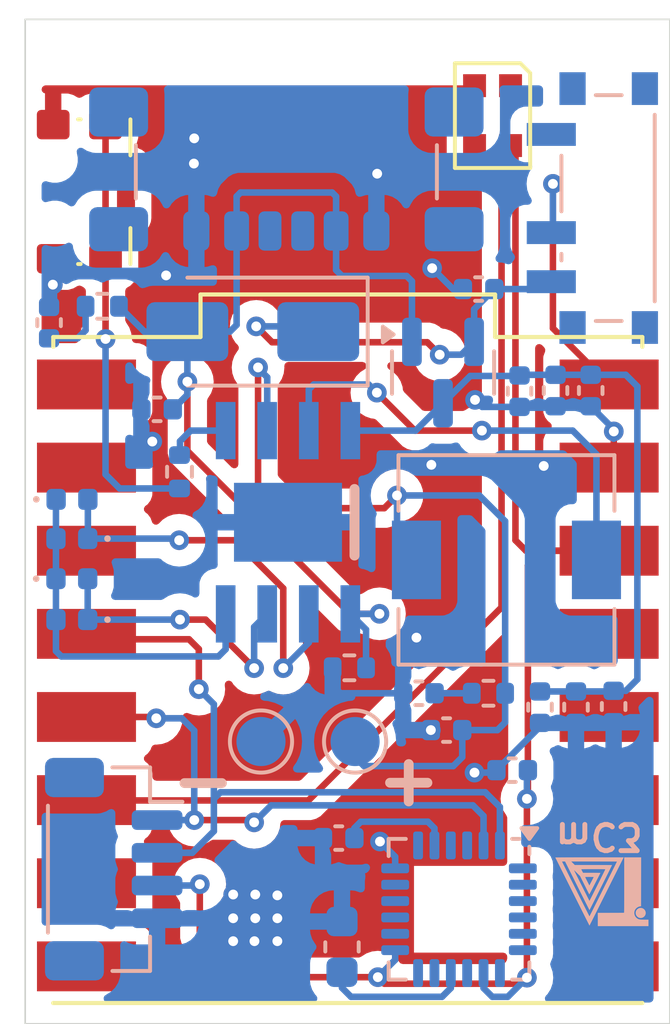
<source format=kicad_pcb>
(kicad_pcb (version 20240108) (generator "pcbnew") (generator_version "8.0")
  (layers (0 "F.Cu" signal) (31 "B.Cu" signal) (34 "B.Paste" user) (35 "F.Paste" user) (36 "B.SilkS" user "B.Silkscreen") (37 "F.SilkS" user "F.Silkscreen") (38 "B.Mask" user) (39 "F.Mask" user) (44 "Edge.Cuts" user))
  (net 0 "")
  (net 1 "+5V")
  (net 2 "GND")
  (net 3 "Net-(C2-Pad2)")
  (net 4 "VBUS")
  (net 5 "Net-(U1-REGOUT)")
  (net 6 "Net-(U1-CPOUT)")
  (net 7 "Net-(C6-Pad2)")
  (net 8 "+BATT")
  (net 9 "VCC")
  (net 10 "+3V3")
  (net 12 "Net-(D3-K)")
  (net 13 "Net-(D3-A)")
  (net 14 "Net-(D5-A)")
  (net 16 "RGB")
  (net 17 "SDA")
  (net 18 "SCL")
  (net 19 "Net-(U2-SW)")
  (net 23 "Net-(SW2-B)")
  (net 27 "Net-(U2-KEY)")
  (net 28 "Net-(R4-Pad1)")
  (footprint "Custom:ESP32C3_Supermini_SMD" (layer "F.Cu") (at 107.3925 40.9725)
    (property "Reference" "U3" (hide yes))
    (property "Value" "ESP32C3_SuperMini" (hide yes))
    (pad "0" smd rect (at 7.985 7.88) (size 3.025 1.524) (layers "F.Cu" "F.Paste" "F.Mask"))
    (pad "1" smd rect (at 7.985 5.34) (size 3.025 1.524) (layers "F.Cu" "F.Paste" "F.Mask"))
    (pad "2" smd rect (at 7.985 2.8) (size 3.025 1.524) (layers "F.Cu" "F.Paste" "F.Mask"))
    (pad "3" smd rect (at 7.985 0.26) (size 3.025 1.524) (layers "F.Cu" "F.Paste" "F.Mask"))
    (pad "3.3" smd rect (at 7.985 -4.82) (size 3.025 1.524) (layers "F.Cu" "F.Paste" "F.Mask") (net 10 "+3V3"))
    (pad "4" smd rect (at 7.985 -2.28) (size 3.025 1.524) (layers "F.Cu" "F.Paste" "F.Mask"))
    (pad "5" smd rect (at -7.985 -9.9) (size 3.025 1.524) (layers "F.Cu" "F.Paste" "F.Mask"))
    (pad "5V" smd rect (at 7.985 -9.9) (size 3.025 1.524) (layers "F.Cu" "F.Paste" "F.Mask") (net 23 "Net-(SW2-B)"))
    (pad "6" smd rect (at -7.985 -7.36) (size 3.025 1.524) (layers "F.Cu" "F.Paste" "F.Mask"))
    (pad "7" smd rect (at -7.985 -4.82) (size 3.025 1.524) (layers "F.Cu" "F.Paste" "F.Mask"))
    (pad "8" smd rect (at -7.985 -2.28) (size 3.025 1.524) (layers "F.Cu" "F.Paste" "F.Mask") (net 17 "SDA"))
    (pad "9" smd rect (at -7.985 0.26) (size 3.025 1.524) (layers "F.Cu" "F.Paste" "F.Mask") (net 18 "SCL"))
    (pad "10" smd rect (at -7.985 2.8) (size 3.025 1.524) (layers "F.Cu" "F.Paste" "F.Mask") (net 16 "RGB"))
    (pad "20" smd rect (at -7.985 5.34) (size 3.025 1.524) (layers "F.Cu" "F.Paste" "F.Mask"))
    (pad "21" smd rect (at -7.985 7.88) (size 3.025 1.524) (layers "F.Cu" "F.Paste" "F.Mask"))
    (pad "G" smd rect (at 7.985 -7.36) (size 3.025 1.524) (layers "F.Cu" "F.Paste" "F.Mask") (net 2 "GND"))
  )
  (footprint "Button_Switch_SMD:SW_SPST_CK_KMS2xxGP" (layer "F.Cu") (at 99.19 25.1825 -90)
    (property "Reference" "SW1" (hide yes))
    (property "Value" "SW_Push" (hide yes))
    (pad "" np_thru_hole circle (at -0.975 0.75 270) (size 0.9 0.9) (drill 0.9) (layers "F&B.Cu" "*.Mask"))
    (pad "" np_thru_hole circle (at 0.975 0.75 270) (size 0.9 0.9) (drill 0.9) (layers "F&B.Cu" "*.Mask"))
    (pad "1" smd roundrect (at -2.05 -0.8 270) (size 0.9 1) (layers "F.Cu" "F.Paste" "F.Mask") (roundrect_rratio 0.15) (net 28 "Net-(R4-Pad1)"))
    (pad "1" smd roundrect (at 2.05 -0.8 270) (size 0.9 1) (layers "F.Cu" "F.Paste" "F.Mask") (roundrect_rratio 0.15) (net 28 "Net-(R4-Pad1)"))
    (pad "2" smd roundrect (at -2.05 0.8 270) (size 0.9 1) (layers "F.Cu" "F.Paste" "F.Mask") (roundrect_rratio 0.15) (net 2 "GND"))
    (pad "2" smd roundrect (at 2.05 0.8 270) (size 0.9 1) (layers "F.Cu" "F.Paste" "F.Mask") (roundrect_rratio 0.15) (net 2 "GND"))
    (pad "SH" smd roundrect (at 0 -1.425 270) (size 1.7 0.55) (layers "F.Cu" "F.Paste" "F.Mask") (roundrect_rratio 0.15))
  )
  (footprint "LED_SMD:LED_WS2812B-2020_PLCC4_2.0x2.0mm" (layer "F.Cu") (at 111.815 22.8575 -90)
    (property "Reference" "D7" (hide yes))
    (property "Value" "WS2812B-2020" (hide yes))
    (pad "1" smd rect (at -0.915 -0.55 270) (size 0.7 0.7) (layers "F.Cu" "F.Paste" "F.Mask"))
    (pad "2" smd rect (at -0.915 0.55 270) (size 0.7 0.7) (layers "F.Cu" "F.Paste" "F.Mask") (net 2 "GND"))
    (pad "3" smd rect (at 0.915 0.55 270) (size 0.7 0.7) (layers "F.Cu" "F.Paste" "F.Mask") (net 16 "RGB"))
    (pad "4" smd rect (at 0.915 -0.55 270) (size 0.7 0.7) (layers "F.Cu" "F.Paste" "F.Mask") (net 10 "+3V3"))
  )
  (footprint "Capacitor_SMD:C_0402_1005Metric" (layer "B.Cu") (at 109.565 40.5075)
    (property "Reference" "C6" (hide yes))
    (property "Value" "10uF" (hide yes))
    (pad "1" smd roundrect (at -0.48 0) (size 0.56 0.62) (layers "B.Cu" "B.Paste" "B.Mask") (net 2 "GND"))
    (pad "2" smd roundrect (at 0.48 0) (size 0.56 0.62) (layers "B.Cu" "B.Paste" "B.Mask") (net 7 "Net-(C6-Pad2)"))
  )
  (footprint "TestPoint:TestPoint_Pad_D1.5mm" (layer "B.Cu") (at 107.615 41.9825 180)
    (property "Reference" "TP1" (hide yes))
    (property "Value" "Bat+" (hide yes))
    (pad "1" smd circle (at 0 0 180) (size 1.5 1.5) (layers "B.Cu" "B.Mask") (net 8 "+BATT"))
  )
  (footprint "Capacitor_SMD:C_0603_1608Metric" (layer "B.Cu") (at 107.215 48.2575 -90)
    (property "Reference" "C4" (hide yes))
    (property "Value" "2.2nF" (hide yes))
    (pad "1" smd roundrect (at -0.775 0 270) (size 0.9 0.95) (layers "B.Cu" "B.Paste" "B.Mask") (net 2 "GND"))
    (pad "2" smd roundrect (at 0.775 0 270) (size 0.9 0.95) (layers "B.Cu" "B.Paste" "B.Mask") (net 5 "Net-(U1-REGOUT)"))
  )
  (footprint "Capacitor_SMD:C_0402_1005Metric" (layer "B.Cu") (at 107.115 44.9325 180)
    (property "Reference" "C5" (hide yes))
    (property "Value" "0.1uF" (hide yes))
    (pad "1" smd roundrect (at -0.48 0 180) (size 0.56 0.62) (layers "B.Cu" "B.Paste" "B.Mask") (net 6 "Net-(U1-CPOUT)"))
    (pad "2" smd roundrect (at 0.48 0 180) (size 0.56 0.62) (layers "B.Cu" "B.Paste" "B.Mask") (net 2 "GND"))
  )
  (footprint "LED_SMD:LED_0402_1005Metric" (layer "B.Cu") (at 98.96 35.7825 180)
    (property "Reference" "D4" (hide yes))
    (property "Value" "LED" (hide yes))
    (pad "1" smd roundrect (at -0.485 0 180) (size 0.59 0.64) (layers "B.Cu" "B.Paste" "B.Mask") (net 13 "Net-(D3-A)"))
    (pad "2" smd roundrect (at 0.485 0 180) (size 0.59 0.64) (layers "B.Cu" "B.Paste" "B.Mask") (net 12 "Net-(D3-K)"))
  )
  (footprint "LED_SMD:LED_0402_1005Metric" (layer "B.Cu") (at 98.965 34.5825)
    (property "Reference" "D3" (hide yes))
    (property "Value" "LED" (hide yes))
    (pad "1" smd roundrect (at -0.485 0) (size 0.59 0.64) (layers "B.Cu" "B.Paste" "B.Mask") (net 12 "Net-(D3-K)"))
    (pad "2" smd roundrect (at 0.485 0) (size 0.59 0.64) (layers "B.Cu" "B.Paste" "B.Mask") (net 13 "Net-(D3-A)"))
  )
  (footprint "Resistor_SMD:R_0402_1005Metric" (layer "B.Cu") (at 99.89 28.6825 180)
    (property "Reference" "R3" (hide yes))
    (property "Value" "2R" (hide yes))
    (pad "1" smd roundrect (at -0.51 0 180) (size 0.54 0.64) (layers "B.Cu" "B.Paste" "B.Mask") (net 4 "VBUS"))
    (pad "2" smd roundrect (at 0.51 0 180) (size 0.54 0.64) (layers "B.Cu" "B.Paste" "B.Mask") (net 3 "Net-(C2-Pad2)"))
  )
  (footprint "Capacitor_SMD:C_0402_1005Metric" (layer "B.Cu") (at 113.74 31.2575 -90)
    (property "Reference" "C12" (hide yes))
    (property "Value" "10uF" (hide yes))
    (pad "1" smd roundrect (at -0.48 0 270) (size 0.56 0.62) (layers "B.Cu" "B.Paste" "B.Mask") (net 9 "VCC"))
    (pad "2" smd roundrect (at 0.48 0 270) (size 0.56 0.62) (layers "B.Cu" "B.Paste" "B.Mask") (net 2 "GND"))
  )
  (footprint "LOGO" (layer "B.Cu") (at 115.07677 46.5975)
    (property "Reference" "G***" (hide yes))
    (property "Value" "LOGO" (hide yes))
  )
  (footprint "Capacitor_SMD:C_0402_1005Metric" (layer "B.Cu") (at 114.365 40.9325 -90)
    (property "Reference" "C10" (hide yes))
    (property "Value" "10uF" (hide yes))
    (pad "1" smd roundrect (at -0.48 0 270) (size 0.56 0.62) (layers "B.Cu" "B.Paste" "B.Mask") (net 9 "VCC"))
    (pad "2" smd roundrect (at 0.48 0 270) (size 0.56 0.62) (layers "B.Cu" "B.Paste" "B.Mask") (net 2 "GND"))
  )
  (footprint "Capacitor_SMD:C_0402_1005Metric" (layer "B.Cu") (at 98.265 29.1825 -90)
    (property "Reference" "C2" (hide yes))
    (property "Value" "10uF" (hide yes))
    (pad "1" smd roundrect (at -0.48 0 270) (size 0.56 0.62) (layers "B.Cu" "B.Paste" "B.Mask") (net 2 "GND"))
    (pad "2" smd roundrect (at 0.48 0 270) (size 0.56 0.62) (layers "B.Cu" "B.Paste" "B.Mask") (net 3 "Net-(C2-Pad2)"))
  )
  (footprint "Connector_JST:JST_SH_BM04B-SRSS-TB_1x04-1MP_P1.00mm_Vertical" (layer "B.Cu") (at 100.24 45.8825 -90)
    (property "Reference" "J1" (hide yes))
    (property "Value" "Sh 1.0" (hide yes))
    (pad "1" smd roundrect (at -1.5 -1.325 270) (size 0.6 1.55) (layers "B.Cu" "B.Paste" "B.Mask") (net 18 "SCL"))
    (pad "2" smd roundrect (at -0.5 -1.325 270) (size 0.6 1.55) (layers "B.Cu" "B.Paste" "B.Mask") (net 17 "SDA"))
    (pad "3" smd roundrect (at 0.5 -1.325 270) (size 0.6 1.55) (layers "B.Cu" "B.Paste" "B.Mask") (net 10 "+3V3"))
    (pad "4" smd roundrect (at 1.5 -1.325 270) (size 0.6 1.55) (layers "B.Cu" "B.Paste" "B.Mask") (net 2 "GND"))
    (pad "MP" smd roundrect (at -2.8 1.2 270) (size 1.2 1.8) (layers "B.Cu" "B.Paste" "B.Mask") (roundrect_rratio 0.208333))
    (pad "MP" smd roundrect (at 2.8 1.2 270) (size 1.2 1.8) (layers "B.Cu" "B.Paste" "B.Mask") (roundrect_rratio 0.208333))
  )
  (footprint "Capacitor_SMD:C_0402_1005Metric" (layer "B.Cu") (at 101.565 31.8325 180)
    (property "Reference" "C3" (hide yes))
    (property "Value" "10uF" (hide yes))
    (pad "1" smd roundrect (at -0.48 0 180) (size 0.56 0.62) (layers "B.Cu" "B.Paste" "B.Mask") (net 4 "VBUS"))
    (pad "2" smd roundrect (at 0.48 0 180) (size 0.56 0.62) (layers "B.Cu" "B.Paste" "B.Mask") (net 2 "GND"))
  )
  (footprint "Custom:IP5306" (layer "B.Cu") (at 105.565 35.2825 180)
    (property "Reference" "U2" (hide yes))
    (property "Value" "IP5306" (hide yes))
    (pad "1" smd rect (at -1.905 -2.8 180) (size 0.6 1.75) (layers "B.Cu" "B.Paste" "B.Mask") (net 4 "VBUS"))
    (pad "2" smd rect (at -0.635 -2.8 180) (size 0.6 1.75) (layers "B.Cu" "B.Paste" "B.Mask") (net 13 "Net-(D3-A)"))
    (pad "3" smd rect (at 0.635 -2.8 180) (size 0.6 1.75) (layers "B.Cu" "B.Paste" "B.Mask") (net 14 "Net-(D5-A)"))
    (pad "4" smd rect (at 1.905 -2.8 180) (size 0.6 1.75) (layers "B.Cu" "B.Paste" "B.Mask") (net 12 "Net-(D3-K)"))
    (pad "5" smd rect (at 1.905 2.8 180) (size 0.6 1.75) (layers "B.Cu" "B.Paste" "B.Mask") (net 27 "Net-(U2-KEY)"))
    (pad "6" smd rect (at 0.635 2.8 180) (size 0.6 1.75) (layers "B.Cu" "B.Paste" "B.Mask") (net 8 "+BATT"))
    (pad "7" smd rect (at -0.635 2.8 180) (size 0.6 1.75) (layers "B.Cu" "B.Paste" "B.Mask") (net 19 "Net-(U2-SW)"))
    (pad "8" smd rect (at -1.905 2.8 180) (size 0.6 1.75) (layers "B.Cu" "B.Paste" "B.Mask") (net 9 "VCC"))
    (pad "EXP" smd rect (at 0 0 180) (size 3.3 2.41) (layers "B.Cu" "B.Mask") (net 2 "GND"))
  )
  (footprint "Capacitor_SMD:C_0402_1005Metric" (layer "B.Cu") (at 113.265 40.9325 -90)
    (property "Reference" "C13" (hide yes))
    (property "Value" "10uF" (hide yes))
    (pad "1" smd roundrect (at -0.48 0 270) (size 0.56 0.62) (layers "B.Cu" "B.Paste" "B.Mask") (net 9 "VCC"))
    (pad "2" smd roundrect (at 0.48 0 270) (size 0.56 0.62) (layers "B.Cu" "B.Paste" "B.Mask") (net 2 "GND"))
  )
  (footprint "Resistor_SMD:R_0402_1005Metric" (layer "B.Cu") (at 107.44 39.73 180)
    (property "Reference" "R2" (hide yes))
    (property "Value" "10K")
    (pad "1" smd roundrect (at -0.51 0 180) (size 0.54 0.64) (layers "B.Cu" "B.Paste" "B.Mask") (net 4 "VBUS"))
    (pad "2" smd roundrect (at 0.51 0 180) (size 0.54 0.64) (layers "B.Cu" "B.Paste" "B.Mask") (net 2 "GND"))
  )
  (footprint "LED_SMD:LED_0402_1005Metric" (layer "B.Cu") (at 98.96 37.0075)
    (property "Reference" "D5" (hide yes))
    (property "Value" "LED" (hide yes))
    (pad "1" smd roundrect (at -0.485 0) (size 0.59 0.64) (layers "B.Cu" "B.Paste" "B.Mask") (net 12 "Net-(D3-K)"))
    (pad "2" smd roundrect (at 0.485 0) (size 0.59 0.64) (layers "B.Cu" "B.Paste" "B.Mask") (net 14 "Net-(D5-A)"))
  )
  (footprint "Button_Switch_SMD:SW_SPDT_PCM12" (layer "B.Cu") (at 115.04 25.6825 -90)
    (property "Reference" "SW2" (hide yes))
    (property "Value" "SW_SPDT" (hide yes))
    (pad "" smd rect (at -3.65 -1.43 270) (size 1 0.8) (layers "B.Cu" "B.Paste" "B.Mask"))
    (pad "" smd rect (at -3.65 0.78 270) (size 1 0.8) (layers "B.Cu" "B.Paste" "B.Mask"))
    (pad "" np_thru_hole circle (at -1.5 -0.33 270) (size 0.9 0.9) (drill 0.9) (layers "*.Cu" "*.Mask"))
    (pad "" np_thru_hole circle (at 1.5 -0.33 270) (size 0.9 0.9) (drill 0.9) (layers "*.Cu" "*.Mask"))
    (pad "" smd rect (at 3.65 -1.43 270) (size 1 0.8) (layers "B.Cu" "B.Paste" "B.Mask"))
    (pad "" smd rect (at 3.65 0.78 270) (size 1 0.8) (layers "B.Cu" "B.Paste" "B.Mask"))
    (pad "1" smd rect (at -2.25 1.43 270) (size 0.7 1.5) (layers "B.Cu" "B.Paste" "B.Mask"))
    (pad "2" smd rect (at 0.75 1.43 270) (size 0.7 1.5) (layers "B.Cu" "B.Paste" "B.Mask") (net 23 "Net-(SW2-B)"))
    (pad "3" smd rect (at 2.25 1.43 270) (size 0.7 1.5) (layers "B.Cu" "B.Paste" "B.Mask") (net 1 "+5V"))
  )
  (footprint "Capacitor_SMD:C_0402_1005Metric" (layer "B.Cu") (at 112.64 31.2775 -90)
    (property "Reference" "C11" (hide yes))
    (property "Value" "10uF" (hide yes))
    (pad "1" smd roundrect (at -0.48 0 270) (size 0.56 0.62) (layers "B.Cu" "B.Paste" "B.Mask") (net 9 "VCC"))
    (pad "2" smd roundrect (at 0.48 0 270) (size 0.56 0.62) (layers "B.Cu" "B.Paste" "B.Mask") (net 2 "GND"))
  )
  (footprint "Resistor_SMD:R_0402_1005Metric" (layer "B.Cu") (at 102.25 33.74 90)
    (property "Reference" "R4" (hide yes))
    (property "Value" "10K")
    (pad "1" smd roundrect (at -0.51 0 90) (size 0.54 0.64) (layers "B.Cu" "B.Paste" "B.Mask") (net 28 "Net-(R4-Pad1)"))
    (pad "2" smd roundrect (at 0.51 0 90) (size 0.54 0.64) (layers "B.Cu" "B.Paste" "B.Mask") (net 27 "Net-(U2-KEY)"))
  )
  (footprint "Connector_USB:USB_C_Receptacle_GCT_USB4135-GF-A_6P_TopMnt_Horizontal" (layer "B.Cu") (at 105.515 23.35)
    (property "Reference" "J2" (hide yes))
    (property "Value" "USB_C_Receptacle_PowerOnly_6P" (hide yes))
    (pad "A5" smd roundrect (at -0.5 3.0325) (size 0.7 1.2) (layers "B.Cu" "B.Paste" "B.Mask"))
    (pad "A9" smd roundrect (at 1.52 3.0325 180) (size 0.76 1.2) (layers "B.Cu" "B.Paste" "B.Mask") (net 4 "VBUS"))
    (pad "A12" smd roundrect (at 2.75 3.0325 180) (size 0.8 1.2) (layers "B.Cu" "B.Paste" "B.Mask") (net 2 "GND"))
    (pad "B5" smd roundrect (at 0.5 3.0325 180) (size 0.7 1.2) (layers "B.Cu" "B.Paste" "B.Mask"))
    (pad "B9" smd roundrect (at -1.52 3.0325) (size 0.76 1.2) (layers "B.Cu" "B.Paste" "B.Mask") (net 4 "VBUS"))
    (pad "B12" smd roundrect (at -2.75 3.0325) (size 0.8 1.2) (layers "B.Cu" "B.Paste" "B.Mask") (net 2 "GND"))
    (pad "S1" smd roundrect (at -5.125 -0.6025) (size 1.8 1.5) (layers "B.Cu" "B.Paste" "B.Mask") (roundrect_rratio 0.1666666667))
    (pad "S1" smd roundrect (at -5.125 2.9775) (size 1.8 1.35) (layers "B.Cu" "B.Paste" "B.Mask") (roundrect_rratio 0.1851851852))
    (pad "S1" smd roundrect (at 5.125 -0.6025) (size 1.8 1.5) (layers "B.Cu" "B.Paste" "B.Mask") (roundrect_rratio 0.1666666667))
    (pad "S1" smd roundrect (at 5.125 2.9775) (size 1.8 1.35) (layers "B.Cu" "B.Paste" "B.Mask") (roundrect_rratio 0.1851851852))
  )
  (footprint "Sensor_Motion:InvenSense_QFN-24_4x4mm_P0.5mm_NoMask" (layer "B.Cu") (at 110.79 47.1075 180)
    (property "Reference" "U1" (hide yes))
    (property "Value" "MPU-6050" (hide yes))
    (pad "1" smd roundrect (at -1.95 1.25 180) (size 0.85 0.3) (layers "B.Cu" "B.Paste" "B.Mask"))
    (pad "2" smd roundrect (at -1.95 0.75 180) (size 0.85 0.3) (layers "B.Cu" "B.Paste" "B.Mask"))
    (pad "3" smd roundrect (at -1.95 0.25 180) (size 0.85 0.3) (layers "B.Cu" "B.Paste" "B.Mask"))
    (pad "4" smd roundrect (at -1.95 -0.25 180) (size 0.85 0.3) (layers "B.Cu" "B.Paste" "B.Mask"))
    (pad "5" smd roundrect (at -1.95 -0.75 180) (size 0.85 0.3) (layers "B.Cu" "B.Paste" "B.Mask"))
    (pad "6" smd roundrect (at -1.95 -1.25 180) (size 0.85 0.3) (layers "B.Cu" "B.Paste" "B.Mask"))
    (pad "7" smd roundrect (at -1.25 -1.95 90) (size 0.85 0.3) (layers "B.Cu" "B.Paste" "B.Mask"))
    (pad "8" smd roundrect (at -0.75 -1.95 90) (size 0.85 0.3) (layers "B.Cu" "B.Paste" "B.Mask") (net 10 "+3V3"))
    (pad "9" smd roundrect (at -0.25 -1.95 90) (size 0.85 0.3) (layers "B.Cu" "B.Paste" "B.Mask"))
    (pad "10" smd roundrect (at 0.25 -1.95 90) (size 0.85 0.3) (layers "B.Cu" "B.Paste" "B.Mask") (net 5 "Net-(U1-REGOUT)"))
    (pad "11" smd roundrect (at 0.75 -1.95 90) (size 0.85 0.3) (layers "B.Cu" "B.Paste" "B.Mask"))
    (pad "12" smd roundrect (at 1.25 -1.95 90) (size 0.85 0.3) (layers "B.Cu" "B.Paste" "B.Mask"))
    (pad "13" smd roundrect (at 1.95 -1.25 180) (size 0.85 0.3) (layers "B.Cu" "B.Paste" "B.Mask") (net 10 "+3V3"))
    (pad "14" smd roundrect (at 1.95 -0.75 180) (size 0.85 0.3) (layers "B.Cu" "B.Paste" "B.Mask"))
    (pad "15" smd roundrect (at 1.95 -0.25 180) (size 0.85 0.3) (layers "B.Cu" "B.Paste" "B.Mask"))
    (pad "16" smd roundrect (at 1.95 0.25 180) (size 0.85 0.3) (layers "B.Cu" "B.Paste" "B.Mask"))
    (pad "17" smd roundrect (at 1.95 0.75 180) (size 0.85 0.3) (layers "B.Cu" "B.Paste" "B.Mask"))
    (pad "18" smd roundrect (at 1.95 1.25 180) (size 0.85 0.3) (layers "B.Cu" "B.Paste" "B.Mask") (net 2 "GND"))
    (pad "19" smd roundrect (at 1.25 1.95 90) (size 0.85 0.3) (layers "B.Cu" "B.Paste" "B.Mask"))
    (pad "20" smd roundrect (at 0.75 1.95 90) (size 0.85 0.3) (layers "B.Cu" "B.Paste" "B.Mask") (net 6 "Net-(U1-CPOUT)"))
    (pad "21" smd roundrect (at 0.25 1.95 90) (size 0.85 0.3) (layers "B.Cu" "B.Paste" "B.Mask"))
    (pad "22" smd roundrect (at -0.25 1.95 90) (size 0.85 0.3) (layers "B.Cu" "B.Paste" "B.Mask"))
    (pad "23" smd roundrect (at -0.75 1.95 90) (size 0.85 0.3) (layers "B.Cu" "B.Paste" "B.Mask") (net 18 "SCL"))
    (pad "24" smd roundrect (at -1.25 1.95 90) (size 0.85 0.3) (layers "B.Cu" "B.Paste" "B.Mask") (net 17 "SDA"))
    (zone (net 0) (net_name "") (layer "B.Cu") (connect_pads (clearance 0)) (min_thickness 0.254)
      (keepout (tracks not_allowed) (vias not_allowed) (pads not_allowed) (copperpour not_allowed) (footprints allowed))
      (fill (thermal_gap 0.508) (thermal_bridge_width 0.508))
      (polygon (pts (xy 112.165 45.7825) (xy 109.415 45.7825) (xy 109.415 48.4325) (xy 112.165 48.4325)))
    )
  )
  (footprint "Capacitor_SMD:C_0402_1005Metric" (layer "B.Cu") (at 115.515 40.9125 -90)
    (property "Reference" "C9" (hide yes))
    (property "Value" "10uF" (hide yes))
    (pad "1" smd roundrect (at -0.48 0 270) (size 0.56 0.62) (layers "B.Cu" "B.Paste" "B.Mask") (net 9 "VCC"))
    (pad "2" smd roundrect (at 0.48 0 270) (size 0.56 0.62) (layers "B.Cu" "B.Paste" "B.Mask") (net 2 "GND"))
  )
  (footprint "Diode_SMD:D_SMA" (layer "B.Cu") (at 104.49 29.4575 180)
    (property "Reference" "D2" (hide yes))
    (property "Value" "SS54" (hide yes))
    (pad "1" smd roundrect (at -2 0 180) (size 2.5 1.8) (layers "B.Cu" "B.Paste" "B.Mask") (roundrect_rratio 0.1388888889) (net 1 "+5V"))
    (pad "2" smd roundrect (at 2 0 180) (size 2.5 1.8) (layers "B.Cu" "B.Paste" "B.Mask") (roundrect_rratio 0.1388888889) (net 4 "VBUS"))
  )
  (footprint "TestPoint:TestPoint_Pad_D1.5mm" (layer "B.Cu") (at 104.74 41.9825 180)
    (property "Reference" "TP2" (hide yes))
    (property "Value" "Bat-" (hide yes))
    (pad "1" smd circle (at 0 0 180) (size 1.5 1.5) (layers "B.Cu" "B.Mask") (net 2 "GND"))
  )
  (footprint "Package_TO_SOT_SMD:SOT-23" (layer "B.Cu") (at 110.3025 30.7075 -90)
    (property "Reference" "Q1" (hide yes))
    (property "Value" "AO3401A" (hide yes))
    (pad "1" smd roundrect (at -0.9375 0.95 270) (size 1.475 0.6) (layers "B.Cu" "B.Paste" "B.Mask") (net 4 "VBUS"))
    (pad "2" smd roundrect (at -0.9375 -0.95 270) (size 1.475 0.6) (layers "B.Cu" "B.Paste" "B.Mask") (net 1 "+5V"))
    (pad "3" smd roundrect (at 0.9375 0 270) (size 1.475 0.6) (layers "B.Cu" "B.Paste" "B.Mask") (net 9 "VCC"))
  )
  (footprint "Inductor_SMD:L_6.3x6.3_H3" (layer "B.Cu") (at 112.24 36.4325 180)
    (property "Reference" "L1" (hide yes))
    (property "Value" "1R0" (hide yes))
    (pad "1" smd rect (at -2.75 0 180) (size 1.5 2.4) (layers "B.Cu" "B.Paste" "B.Mask") (net 19 "Net-(U2-SW)"))
    (pad "2" smd rect (at 2.75 0 180) (size 1.5 2.4) (layers "B.Cu" "B.Paste" "B.Mask") (net 8 "+BATT"))
  )
  (footprint "Resistor_SMD:R_0402_1005Metric" (layer "B.Cu") (at 111.69 40.5075 180)
    (property "Reference" "R5" (hide yes))
    (property "Value" "2R" (hide yes))
    (pad "1" smd roundrect (at -0.51 0 180) (size 0.54 0.64) (layers "B.Cu" "B.Paste" "B.Mask") (net 8 "+BATT"))
    (pad "2" smd roundrect (at 0.51 0 180) (size 0.54 0.64) (layers "B.Cu" "B.Paste" "B.Mask") (net 7 "Net-(C6-Pad2)"))
  )
  (footprint "LED_SMD:LED_0402_1005Metric" (layer "B.Cu") (at 98.96 38.2575 180)
    (property "Reference" "D6" (hide yes))
    (property "Value" "LED" (hide yes))
    (pad "1" smd roundrect (at -0.485 0 180) (size 0.59 0.64) (layers "B.Cu" "B.Paste" "B.Mask") (net 14 "Net-(D5-A)"))
    (pad "2" smd roundrect (at 0.485 0 180) (size 0.59 0.64) (layers "B.Cu" "B.Paste" "B.Mask") (net 12 "Net-(D3-K)"))
  )
  (footprint "Capacitor_SMD:C_0402_1005Metric" (layer "B.Cu") (at 110.41 41.6325 180)
    (property "Reference" "C7" (hide yes))
    (property "Value" "10uF" (hide yes))
    (pad "1" smd roundrect (at -0.48 0 180) (size 0.56 0.62) (layers "B.Cu" "B.Paste" "B.Mask") (net 8 "+BATT"))
    (pad "2" smd roundrect (at 0.48 0 180) (size 0.56 0.62) (layers "B.Cu" "B.Paste" "B.Mask") (net 2 "GND"))
  )
  (footprint "Capacitor_SMD:C_0402_1005Metric" (layer "B.Cu") (at 112.415 42.8575 180)
    (property "Reference" "C14" (hide yes))
    (property "Value" "1.0uF" (hide yes))
    (pad "1" smd roundrect (at -0.48 0 180) (size 0.56 0.62) (layers "B.Cu" "B.Paste" "B.Mask") (net 10 "+3V3"))
    (pad "2" smd roundrect (at 0.48 0 180) (size 0.56 0.62) (layers "B.Cu" "B.Paste" "B.Mask") (net 2 "GND"))
  )
  (footprint "Capacitor_SMD:C_0402_1005Metric" (layer "B.Cu") (at 114.815 31.2575 -90)
    (property "Reference" "C8" (hide yes))
    (property "Value" "10uF" (hide yes))
    (pad "1" smd roundrect (at -0.48 0 270) (size 0.56 0.62) (layers "B.Cu" "B.Paste" "B.Mask") (net 9 "VCC"))
    (pad "2" smd roundrect (at 0.48 0 270) (size 0.56 0.62) (layers "B.Cu" "B.Paste" "B.Mask") (net 2 "GND"))
  )
  (footprint "Capacitor_SMD:C_0402_1005Metric" (layer "B.Cu") (at 111.39 28.1575 180)
    (property "Reference" "C1" (hide yes))
    (property "Value" "1.0uF")
    (pad "1" smd roundrect (at -0.48 0 180) (size 0.56 0.62) (layers "B.Cu" "B.Paste" "B.Mask") (net 1 "+5V"))
    (pad "2" smd roundrect (at 0.48 0 180) (size 0.56 0.62) (layers "B.Cu" "B.Paste" "B.Mask") (net 2 "GND"))
  )
  (gr_line (start 97.535 50.6075) (end 117.235 50.6075) (stroke (width 0.05)) (layer "Edge.Cuts"))
  (gr_line (start 117.235 50.6075) (end 117.235 19.9175) (stroke (width 0.05)) (layer "Edge.Cuts"))
  (gr_line (start 97.535 19.9175) (end 97.535 50.6075) (stroke (width 0.05)) (layer "Edge.Cuts"))
  (gr_line (start 97.535 19.9175) (end 117.235 19.9175) (stroke (width 0.05)) (layer "Edge.Cuts"))
  (gr_text "-" (at 104.1 44.0225 -0) (layer "B.SilkS") (effects (font (size 1.5 1.5) (thickness 0.3) (bold yes)) (justify left bottom mirror)))
  (gr_text "mC3" (at 113.66 44.41 -180) (layer "B.SilkS") (effects (font (size 0.8 0.8) (thickness 0.15) (bold yes)) (justify left bottom mirror)))
  (gr_text "+" (at 110.38 44.0125 -0) (layer "B.SilkS") (effects (font (size 1.5 1.5) (thickness 0.3) (bold yes)) (justify left bottom mirror)))
  (segment (start 105.078595 29.7825) (end 104.59333 29.297235) (width 0.2) (layer "F.Cu") (net 1))
  (segment (start 110.2 30.1625) (end 109.82 29.7825) (width 0.2) (layer "F.Cu") (net 1))
  (segment (start 109.82 29.7825) (end 105.078595 29.7825) (width 0.2) (layer "F.Cu") (net 1))
  (via (at 104.59333 29.297235) (size 0.6) (drill 0.3) (layers "F.Cu" "B.Cu") (net 1))
  (via (at 110.2 30.1625) (size 0.6) (drill 0.3) (layers "F.Cu" "B.Cu") (net 1))
  (segment (start 113.385 28.1575) (end 113.61 27.9325) (width 0.2) (layer "B.Cu") (net 1))
  (segment (start 104.59333 29.297235) (end 106.329735 29.297235) (width 0.2) (layer "B.Cu") (net 1))
  (segment (start 111.71 28.315956) (end 111.71 28.1575) (width 0.2) (layer "B.Cu") (net 1))
  (segment (start 111.2525 28.773456) (end 111.71 28.315956) (width 0.2) (layer "B.Cu") (net 1))
  (segment (start 111.2525 29.77) (end 111.2525 28.773456) (width 0.2) (layer "B.Cu") (net 1))
  (segment (start 110.2 30.1625) (end 110.86 30.1625) (width 0.2) (layer "B.Cu") (net 1))
  (segment (start 110.86 30.1625) (end 111.2525 29.77) (width 0.2) (layer "B.Cu") (net 1))
  (segment (start 111.71 28.1575) (end 113.385 28.1575) (width 0.2) (layer "B.Cu") (net 1))
  (segment (start 106.329735 29.297235) (end 106.49 29.4575) (width 0.2) (layer "B.Cu") (net 1))
  (segment (start 115.52 32.5075) (end 115.52 33.47) (width 0.2) (layer "F.Cu") (net 2))
  (segment (start 111.263527 42.9325) (end 110.44 42.9325) (width 0.2) (layer "F.Cu") (net 2))
  (segment (start 109.93 42.4225) (end 109.93 41.6325) (width 0.2) (layer "F.Cu") (net 2))
  (segment (start 110.44 42.9325) (end 109.93 42.4225) (width 0.2) (layer "F.Cu") (net 2))
  (segment (start 115.52 33.47) (end 115.3775 33.6125) (width 0.2) (layer "F.Cu") (net 2))
  (via (at 111.263527 42.9325) (size 0.6) (drill 0.3) (layers "F.Cu" "B.Cu") (net 2))
  (via (at 109.97 27.52) (size 0.6) (drill 0.3) (layers "F.Cu" "B.Cu") (net 2))
  (via (at 102.7 23.5525) (size 0.6) (drill 0.3) (layers "F.Cu" "B.Cu") (net 2))
  (via (at 105.24 47.3825) (size 0.6) (drill 0.3) (layers "F.Cu" "B.Cu") (net 2))
  (via (at 104.565 47.3825) (size 0.6) (drill 0.3) (layers "F.Cu" "B.Cu") (net 2))
  (via (at 109.945 33.5275) (size 0.6) (drill 0.3) (layers "F.Cu" "B.Cu") (net 2))
  (via (at 101.418805 32.815924) (size 0.6) (drill 0.3) (layers "F.Cu" "B.Cu") (net 2))
  (via (at 104.565 46.6575) (size 0.6) (drill 0.3) (layers "F.Cu" "B.Cu") (net 2))
  (via (at 115.52 32.5075) (size 0.6) (drill 0.3) (layers "F.Cu" "B.Cu") (net 2))
  (via (at 104.54 48.0825) (size 0.6) (drill 0.3) (layers "F.Cu" "B.Cu") (net 2))
  (via (at 108.374999 45.03833) (size 0.6) (drill 0.3) (layers "F.Cu" "B.Cu") (net 2))
  (via (at 101.84 27.74) (size 0.6) (drill 0.3) (layers "F.Cu" "B.Cu") (net 2))
  (via (at 113.38 33.5625) (size 0.6) (drill 0.3) (layers "F.Cu" "B.Cu") (net 2))
  (via (at 103.89 46.6575) (size 0.6) (drill 0.3) (layers "F.Cu" "B.Cu") (net 2))
  (via (at 103.89 48.0825) (size 0.6) (drill 0.3) (layers "F.Cu" "B.Cu") (net 2))
  (via (at 105.24 46.6825) (size 0.6) (drill 0.3) (layers "F.Cu" "B.Cu") (net 2))
  (via (at 98.38 28.0225) (size 0.6) (drill 0.3) (layers "F.Cu" "B.Cu") (net 2))
  (via (at 109.49 38.8075) (size 0.6) (drill 0.3) (layers "F.Cu" "B.Cu") (net 2))
  (via (at 109.93 41.6325) (size 0.6) (drill 0.3) (layers "F.Cu" "B.Cu") (net 2))
  (via (at 108.29 24.6325) (size 0.6) (drill 0.3) (layers "F.Cu" "B.Cu") (net 2))
  (via (at 103.89 47.3825) (size 0.6) (drill 0.3) (layers "F.Cu" "B.Cu") (net 2))
  (via (at 102.69 24.3225) (size 0.6) (drill 0.3) (layers "F.Cu" "B.Cu") (net 2))
  (via (at 105.24 48.0825) (size 0.6) (drill 0.3) (layers "F.Cu" "B.Cu") (net 2))
  (via (at 111.28 31.5425) (size 0.6) (drill 0.3) (layers "F.Cu" "B.Cu") (net 2))
  (segment (start 108.84 45.503331) (end 108.84 45.8575) (width 0.2) (layer "B.Cu") (net 2))
  (segment (start 111.495 31.7575) (end 111.28 31.5425) (width 0.2) (layer "B.Cu") (net 2))
  (segment (start 110.6075 28.1575) (end 109.97 27.52) (width 0.2) (layer "B.Cu") (net 2))
  (segment (start 107.1675 40.5075) (end 106.93 40.27) (width 0.2) (layer "B.Cu") (net 2))
  (segment (start 115.52 32.5075) (end 115.52 32.4425) (width 0.2) (layer "B.Cu") (net 2))
  (segment (start 111.86 42.9325) (end 113.265 41.5275) (width 0.2) (layer "B.Cu") (net 2))
  (segment (start 115.52 32.4425) (end 114.815 31.7375) (width 0.2) (layer "B.Cu") (net 2))
  (segment (start 106.93 40.27) (end 106.93 39.73) (width 0.2) (layer "B.Cu") (net 2))
  (segment (start 112.64 31.7575) (end 111.495 31.7575) (width 0.2) (layer "B.Cu") (net 2))
  (segment (start 108.374999 45.03833) (end 108.84 45.503331) (width 0.2) (layer "B.Cu") (net 2))
  (segment (start 113.265 41.5275) (end 113.265 41.4125) (width 0.2) (layer "B.Cu") (net 2))
  (segment (start 109.085 40.5075) (end 107.1675 40.5075) (width 0.2) (layer "B.Cu") (net 2))
  (segment (start 110.91 28.1575) (end 110.6075 28.1575) (width 0.2) (layer "B.Cu") (net 2))
  (segment (start 111.263527 42.9325) (end 111.86 42.9325) (width 0.2) (layer "B.Cu") (net 2))
  (segment (start 99.135 29.6625) (end 98.265 29.6625) (width 0.2) (layer "B.Cu") (net 3))
  (segment (start 99.38 28.6825) (end 99.38 29.4175) (width 0.2) (layer "B.Cu") (net 3))
  (segment (start 99.38 29.4175) (end 99.135 29.6625) (width 0.2) (layer "B.Cu") (net 3))
  (segment (start 102.49 33.1025) (end 102.49 30.9875) (width 0.2) (layer "F.Cu") (net 4))
  (segment (start 107.4675 38.08) (end 102.49 33.1025) (width 0.2) (layer "F.Cu") (net 4))
  (segment (start 108.36 38.08) (end 107.4675 38.08) (width 0.2) (layer "F.Cu") (net 4))
  (via (at 102.49 30.9875) (size 0.6) (drill 0.3) (layers "F.Cu" "B.Cu") (net 4))
  (via (at 108.36 38.08) (size 0.6) (drill 0.3) (layers "F.Cu" "B.Cu") (net 4))
  (segment (start 103.79 29.4575) (end 103.995 29.2525) (width 0.2) (layer "B.Cu") (net 4))
  (segment (start 108.3575 38.0825) (end 107.47 38.0825) (width 0.2) (layer "B.Cu") (net 4))
  (segment (start 109.3525 29.77) (end 109.3525 27.92) (width 0.2) (layer "B.Cu") (net 4))
  (segment (start 109.19 27.7575) (end 107.215 27.7575) (width 0.2) (layer "B.Cu") (net 4))
  (segment (start 102.49 29.4575) (end 101.175 29.4575) (width 0.2) (layer "B.Cu") (net 4))
  (segment (start 101.175 29.4575) (end 100.4 28.6825) (width 0.2) (layer "B.Cu") (net 4))
  (segment (start 104.115 25.2075) (end 103.995 25.3275) (width 0.2) (layer "B.Cu") (net 4))
  (segment (start 102.49 29.4575) (end 103.79 29.4575) (width 0.2) (layer "B.Cu") (net 4))
  (segment (start 107.215 27.7575) (end 107.035 27.5775) (width 0.2) (layer "B.Cu") (net 4))
  (segment (start 107.95 38.5625) (end 107.47 38.0825) (width 0.2) (layer "B.Cu") (net 4))
  (segment (start 103.995 25.3275) (end 103.995 26.3825) (width 0.2) (layer "B.Cu") (net 4))
  (segment (start 107.95 39.73) (end 107.95 38.5625) (width 0.2) (layer "B.Cu") (net 4))
  (segment (start 102.49 31.3875) (end 102.045 31.8325) (width 0.2) (layer "B.Cu") (net 4))
  (segment (start 107.035 25.3275) (end 106.915 25.2075) (width 0.2) (layer "B.Cu") (net 4))
  (segment (start 103.995 29.2525) (end 103.995 26.3825) (width 0.2) (layer "B.Cu") (net 4))
  (segment (start 102.49 30.9875) (end 102.49 31.3875) (width 0.2) (layer "B.Cu") (net 4))
  (segment (start 109.3525 27.92) (end 109.19 27.7575) (width 0.2) (layer "B.Cu") (net 4))
  (segment (start 106.915 25.2075) (end 104.115 25.2075) (width 0.2) (layer "B.Cu") (net 4))
  (segment (start 107.035 26.3825) (end 107.035 25.3275) (width 0.2) (layer "B.Cu") (net 4))
  (segment (start 102.49 30.9875) (end 102.49 29.4575) (width 0.2) (layer "B.Cu") (net 4))
  (segment (start 107.035 27.5775) (end 107.035 26.3825) (width 0.2) (layer "B.Cu") (net 4))
  (segment (start 108.36 38.08) (end 108.3575 38.0825) (width 0.2) (layer "B.Cu") (net 4))
  (segment (start 110.54 49.0575) (end 110.54 49.51491) (width 0.2) (layer "B.Cu") (net 5))
  (segment (start 107.215 49.5075) (end 107.215 49.0325) (width 0.2) (layer "B.Cu") (net 5))
  (segment (start 110.54 49.51491) (end 110.27241 49.7825) (width 0.2) (layer "B.Cu") (net 5))
  (segment (start 107.49 49.7825) (end 107.215 49.5075) (width 0.2) (layer "B.Cu") (net 5))
  (segment (start 110.27241 49.7825) (end 107.49 49.7825) (width 0.2) (layer "B.Cu") (net 5))
  (segment (start 107.595 44.6275) (end 107.595 44.9325) (width 0.2) (layer "B.Cu") (net 6))
  (segment (start 110.04 45.1575) (end 110.04 44.6325) (width 0.2) (layer "B.Cu") (net 6))
  (segment (start 109.84 44.4325) (end 107.79 44.4325) (width 0.2) (layer "B.Cu") (net 6))
  (segment (start 110.04 44.6325) (end 109.84 44.4325) (width 0.2) (layer "B.Cu") (net 6))
  (segment (start 107.79 44.4325) (end 107.595 44.6275) (width 0.2) (layer "B.Cu") (net 6))
  (segment (start 111.18 40.5075) (end 110.045 40.5075) (width 0.2) (layer "B.Cu") (net 7))
  (segment (start 108.895832 34.464092) (end 108.507424 34.8525) (width 0.2) (layer "F.Cu") (net 8))
  (segment (start 108.507424 34.8525) (end 105.385 34.8525) (width 0.2) (layer "F.Cu") (net 8))
  (segment (start 105.385 34.8525) (end 104.65 34.1175) (width 0.2) (layer "F.Cu") (net 8))
  (segment (start 104.65 34.1175) (end 104.65 30.5525) (width 0.2) (layer "F.Cu") (net 8))
  (via (at 104.65 30.5525) (size 0.6) (drill 0.3) (layers "F.Cu" "B.Cu") (net 8))
  (via (at 108.895832 34.464092) (size 0.6) (drill 0.3) (layers "F.Cu" "B.Cu") (net 8))
  (segment (start 104.65 30.5725) (end 104.93 30.8525) (width 0.2) (layer "B.Cu") (net 8))
  (segment (start 104.65 30.5525) (end 104.65 30.5725) (width 0.2) (layer "B.Cu") (net 8))
  (segment (start 108.895832 34.464092) (end 108.895832 35.838332) (width 0.2) (layer "B.Cu") (net 8))
  (segment (start 107.615 41.9825) (end 107.615 42.4575) (width 0.2) (layer "B.Cu") (net 8))
  (segment (start 112.2 35.2525) (end 112.2 40.5075) (width 0.2) (layer "B.Cu") (net 8))
  (segment (start 110.89 41.6325) (end 111.965 41.6325) (width 0.2) (layer "B.Cu") (net 8))
  (segment (start 111.965 41.6325) (end 112.2 41.3975) (width 0.2) (layer "B.Cu") (net 8))
  (segment (start 112.2 41.3975) (end 112.2 40.5075) (width 0.2) (layer "B.Cu") (net 8))
  (segment (start 107.615 42.4575) (end 107.89 42.7325) (width 0.2) (layer "B.Cu") (net 8))
  (segment (start 108.895832 34.464092) (end 111.411592 34.464092) (width 0.2) (layer "B.Cu") (net 8))
  (segment (start 110.615 42.7325) (end 110.89 42.4575) (width 0.2) (layer "B.Cu") (net 8))
  (segment (start 110.89 42.4575) (end 110.89 41.6325) (width 0.2) (layer "B.Cu") (net 8))
  (segment (start 104.93 30.8525) (end 104.93 32.4825) (width 0.2) (layer "B.Cu") (net 8))
  (segment (start 111.411592 34.464092) (end 112.2 35.2525) (width 0.2) (layer "B.Cu") (net 8))
  (segment (start 107.89 42.7325) (end 110.615 42.7325) (width 0.2) (layer "B.Cu") (net 8))
  (segment (start 108.895832 35.838332) (end 109.49 36.4325) (width 0.2) (layer "B.Cu") (net 8))
  (segment (start 112.64 30.7975) (end 112.625 30.8125) (width 0.2) (layer "B.Cu") (net 9))
  (segment (start 111.135 30.8125) (end 110.3025 31.645) (width 0.2) (layer "B.Cu") (net 9))
  (segment (start 112.625 30.8125) (end 111.135 30.8125) (width 0.2) (layer "B.Cu") (net 9))
  (segment (start 114.815 30.7775) (end 113.74 30.7775) (width 0.2) (layer "B.Cu") (net 9))
  (segment (start 113.74 30.7775) (end 112.66 30.7775) (width 0.2) (layer "B.Cu") (net 9))
  (segment (start 116.24 31.1325) (end 115.885 30.7775) (width 0.2) (layer "B.Cu") (net 9))
  (segment (start 115.515 40.4325) (end 115.89 40.4325) (width 0.2) (layer "B.Cu") (net 9))
  (segment (start 114.365 40.4525) (end 115.495 40.4525) (width 0.2) (layer "B.Cu") (net 9))
  (segment (start 115.495 40.4525) (end 115.515 40.4325) (width 0.2) (layer "B.Cu") (net 9))
  (segment (start 112.66 30.7775) (end 112.64 30.7975) (width 0.2) (layer "B.Cu") (net 9))
  (segment (start 116.24 40.0825) (end 116.24 31.1325) (width 0.2) (layer "B.Cu") (net 9))
  (segment (start 115.89 40.4325) (end 116.24 40.0825) (width 0.2) (layer "B.Cu") (net 9))
  (segment (start 114.365 40.4525) (end 113.265 40.4525) (width 0.2) (layer "B.Cu") (net 9))
  (segment (start 107.47 32.4825) (end 109.465 32.4825) (width 0.2) (layer "B.Cu") (net 9))
  (segment (start 109.465 32.4825) (end 110.3025 31.645) (width 0.2) (layer "B.Cu") (net 9))
  (segment (start 115.885 30.7775) (end 114.815 30.7775) (width 0.2) (layer "B.Cu") (net 9))
  (segment (start 112.895 43.7025) (end 112.895 36.6025) (width 0.2) (layer "F.Cu") (net 10))
  (segment (start 113.345 36.1525) (end 115.3775 36.1525) (width 0.2) (layer "F.Cu") (net 10))
  (segment (start 112.895 36.6025) (end 113.345 36.1525) (width 0.2) (layer "F.Cu") (net 10))
  (segment (start 112.68 49.3825) (end 108.51 49.3825) (width 0.2) (layer "F.Cu") (net 10))
  (segment (start 112.515 23.9225) (end 112.515 35.8325) (width 0.2) (layer "F.Cu") (net 10))
  (segment (start 112.835 36.1525) (end 115.3775 36.1525) (width 0.2) (layer "F.Cu") (net 10))
  (segment (start 102.87 47.911029) (end 104.141471 49.1825) (width 0.2) (layer "F.Cu") (net 10))
  (segment (start 104.141471 49.1825) (end 108.31 49.1825) (width 0.2) (layer "F.Cu") (net 10))
  (segment (start 112.865 43.7325) (end 112.895 43.7025) (width 0.2) (layer "F.Cu") (net 10))
  (segment (start 112.515 35.8325) (end 112.835 36.1525) (width 0.2) (layer "F.Cu") (net 10))
  (segment (start 102.87 46.3425) (end 102.87 47.911029) (width 0.2) (layer "F.Cu") (net 10))
  (segment (start 112.865 49.1975) (end 112.865 43.7325) (width 0.2) (layer "F.Cu") (net 10))
  (segment (start 108.51 49.3825) (end 108.31 49.1825) (width 0.2) (layer "F.Cu") (net 10))
  (segment (start 112.865 49.1975) (end 112.68 49.3825) (width 0.2) (layer "F.Cu") (net 10))
  (segment (start 112.365 23.7725) (end 112.515 23.9225) (width 0.2) (layer "F.Cu") (net 10))
  (via (at 108.31 49.1825) (size 0.6) (drill 0.3) (layers "F.Cu" "B.Cu") (net 10))
  (via (at 112.865 43.7325) (size 0.6) (drill 0.3) (layers "F.Cu" "B.Cu") (net 10))
  (via (at 102.87 46.3425) (size 0.6) (drill 0.3) (layers "F.Cu" "B.Cu") (net 10))
  (via (at 112.865 49.1975) (size 0.6) (drill 0.3) (layers "F.Cu" "B.Cu") (net 10))
  (segment (start 111.80759 49.7825) (end 111.54 49.51491) (width 0.2) (layer "B.Cu") (net 10))
  (segment (start 108.31 49.1825) (end 108.84 48.6525) (width 0.2) (layer "B.Cu") (net 10))
  (segment (start 112.865 49.1975) (end 112.28 49.7825) (width 0.2) (layer "B.Cu") (net 10))
  (segment (start 101.565 46.3825) (end 102.83 46.3825) (width 0.2) (layer "B.Cu") (net 10))
  (segment (start 102.83 46.3825) (end 102.87 46.3425) (width 0.2) (layer "B.Cu") (net 10))
  (segment (start 108.84 48.6525) (end 108.84 48.3575) (width 0.2) (layer "B.Cu") (net 10))
  (segment (start 112.865 42.8875) (end 112.895 42.8575) (width 0.2) (layer "B.Cu") (net 10))
  (segment (start 111.54 49.51491) (end 111.54 49.0575) (width 0.2) (layer "B.Cu") (net 10))
  (segment (start 112.865 43.7325) (end 112.865 42.8875) (width 0.2) (layer "B.Cu") (net 10))
  (segment (start 112.28 49.7825) (end 111.80759 49.7825) (width 0.2) (layer "B.Cu") (net 10))
  (segment (start 103.44 39.3825) (end 98.64 39.3825) (width 0.2) (layer "B.Cu") (net 12))
  (segment (start 98.475 38.2575) (end 98.475 37.0075) (width 0.2) (layer "B.Cu") (net 12))
  (segment (start 98.475 37.0075) (end 98.475 35.7825) (width 0.2) (layer "B.Cu") (net 12))
  (segment (start 98.475 35.7825) (end 98.475 34.5875) (width 0.2) (layer "B.Cu") (net 12))
  (segment (start 103.66 38.0825) (end 103.66 39.1625) (width 0.2) (layer "B.Cu") (net 12))
  (segment (start 98.475 34.5875) (end 98.48 34.5825) (width 0.2) (layer "B.Cu") (net 12))
  (segment (start 103.66 39.1625) (end 103.44 39.3825) (width 0.2) (layer "B.Cu") (net 12))
  (segment (start 98.475 39.2175) (end 98.475 38.2575) (width 0.2) (layer "B.Cu") (net 12))
  (segment (start 98.64 39.3825) (end 98.475 39.2175) (width 0.2) (layer "B.Cu") (net 12))
  (segment (start 105.42 37.3025) (end 103.95 35.8325) (width 0.2) (layer "F.Cu") (net 13))
  (segment (start 103.95 35.8325) (end 102.24 35.8325) (width 0.2) (layer "F.Cu") (net 13))
  (segment (start 105.42 39.74) (end 105.42 37.3025) (width 0.2) (layer "F.Cu") (net 13))
  (via (at 102.24 35.8325) (size 0.6) (drill 0.3) (layers "F.Cu" "B.Cu") (net 13))
  (via (at 105.42 39.74) (size 0.6) (drill 0.3) (layers "F.Cu" "B.Cu") (net 13))
  (segment (start 102.19 35.7825) (end 99.445 35.7825) (width 0.2) (layer "B.Cu") (net 13))
  (segment (start 99.45 34.5825) (end 99.45 35.7775) (width 0.2) (layer "B.Cu") (net 13))
  (segment (start 99.45 35.7775) (end 99.445 35.7825) (width 0.2) (layer "B.Cu") (net 13))
  (segment (start 106.2 38.96) (end 106.2 38.0825) (width 0.2) (layer "B.Cu") (net 13))
  (segment (start 105.42 39.74) (end 106.2 38.96) (width 0.2) (layer "B.Cu") (net 13))
  (segment (start 102.24 35.8325) (end 102.19 35.7825) (width 0.2) (layer "B.Cu") (net 13))
  (segment (start 104.53 39.74) (end 103.0475 38.2575) (width 0.2) (layer "F.Cu") (net 14))
  (segment (start 103.0475 38.2575) (end 102.265 38.2575) (width 0.2) (layer "F.Cu") (net 14))
  (via (at 104.53 39.74) (size 0.6) (drill 0.3) (layers "F.Cu" "B.Cu") (net 14))
  (via (at 102.265 38.2575) (size 0.6) (drill 0.3) (layers "F.Cu" "B.Cu") (net 14))
  (segment (start 102.265 38.2575) (end 99.445 38.2575) (width 0.2) (layer "B.Cu") (net 14))
  (segment (start 104.53 38.4825) (end 104.93 38.0825) (width 0.2) (layer "B.Cu") (net 14))
  (segment (start 104.53 39.74) (end 104.53 38.4825) (width 0.2) (layer "B.Cu") (net 14))
  (segment (start 99.445 38.2575) (end 99.445 37.0075) (width 0.2) (layer "B.Cu") (net 14))
  (segment (start 112.09 24.7575) (end 112.09 37.8825) (width 0.2) (layer "F.Cu") (net 16))
  (segment (start 111.265 23.9325) (end 112.09 24.7575) (width 0.2) (layer "F.Cu") (net 16))
  (segment (start 111.265 23.7725) (end 111.265 23.9325) (width 0.2) (layer "F.Cu") (net 16))
  (segment (start 99.4175 43.7825) (end 99.4075 43.7725) (width 0.2) (layer "F.Cu") (net 16))
  (segment (start 112.09 37.8825) (end 106.19 43.7825) (width 0.2) (layer "F.Cu") (net 16))
  (segment (start 106.19 43.7825) (end 99.4175 43.7825) (width 0.2) (layer "F.Cu") (net 16))
  (segment (start 102.84 40.3825) (end 102.84 39.1575) (width 0.2) (layer "F.Cu") (net 17))
  (segment (start 99.5725 38.8575) (end 99.4075 38.6925) (width 0.2) (layer "F.Cu") (net 17))
  (segment (start 102.54 38.8575) (end 99.5725 38.8575) (width 0.2) (layer "F.Cu") (net 17))
  (segment (start 102.84 39.1575) (end 102.54 38.8575) (width 0.2) (layer "F.Cu") (net 17))
  (via (at 102.84 40.3825) (size 0.6) (drill 0.3) (layers "F.Cu" "B.Cu") (net 17))
  (segment (start 102.64 45.3825) (end 103.3 44.7225) (width 0.2) (layer "B.Cu") (net 17))
  (segment (start 101.565 45.3825) (end 102.64 45.3825) (width 0.2) (layer "B.Cu") (net 17))
  (segment (start 112.04 45.1575) (end 112.04 43.9825) (width 0.2) (layer "B.Cu") (net 17))
  (segment (start 111.59 43.5325) (end 103.5 43.5325) (width 0.2) (layer "B.Cu") (net 17))
  (segment (start 103.3 40.8425) (end 102.84 40.3825) (width 0.2) (layer "B.Cu") (net 17))
  (segment (start 112.04 43.9825) (end 111.59 43.5325) (width 0.2) (layer "B.Cu") (net 17))
  (segment (start 103.5 43.5325) (end 103.3 43.7325) (width 0.2) (layer "B.Cu") (net 17))
  (segment (start 103.3 44.7225) (end 103.3 40.8425) (width 0.2) (layer "B.Cu") (net 17))
  (segment (start 104.46 44.3825) (end 104.53 44.4525) (width 0.2) (layer "F.Cu") (net 18))
  (segment (start 101.5 41.2325) (end 101.54 41.2725) (width 0.2) (layer "F.Cu") (net 18))
  (segment (start 99.4075 41.2325) (end 101.5 41.2325) (width 0.2) (layer "F.Cu") (net 18))
  (segment (start 102.7 44.3825) (end 104.46 44.3825) (width 0.2) (layer "F.Cu") (net 18))
  (via (at 104.53 44.4525) (size 0.6) (drill 0.3) (layers "F.Cu" "B.Cu") (net 18))
  (via (at 101.54 41.2725) (size 0.6) (drill 0.3) (layers "F.Cu" "B.Cu") (net 18))
  (via (at 102.7 44.3825) (size 0.6) (drill 0.3) (layers "F.Cu" "B.Cu") (net 18))
  (segment (start 102.32 41.2725) (end 101.54 41.2725) (width 0.2) (layer "B.Cu") (net 18))
  (segment (start 111.54 44.2575) (end 111.54 45.1575) (width 0.2) (layer "B.Cu") (net 18))
  (segment (start 101.565 44.3825) (end 102.7 44.3825) (width 0.2) (layer "B.Cu") (net 18))
  (segment (start 105.05 43.9325) (end 111.215 43.9325) (width 0.2) (layer "B.Cu") (net 18))
  (segment (start 102.7 44.3825) (end 102.7 41.6525) (width 0.2) (layer "B.Cu") (net 18))
  (segment (start 111.215 43.9325) (end 111.54 44.2575) (width 0.2) (layer "B.Cu") (net 18))
  (segment (start 102.7 41.6525) (end 102.32 41.2725) (width 0.2) (layer "B.Cu") (net 18))
  (segment (start 104.53 44.4525) (end 105.05 43.9325) (width 0.2) (layer "B.Cu") (net 18))
  (segment (start 109.44 32.4825) (end 111.49 32.4825) (width 0.2) (layer "F.Cu") (net 19))
  (segment (start 108.28 31.3225) (end 109.44 32.4825) (width 0.2) (layer "F.Cu") (net 19))
  (via (at 108.28 31.3225) (size 0.6) (drill 0.3) (layers "F.Cu" "B.Cu") (net 19))
  (via (at 111.49 32.4825) (size 0.6) (drill 0.3) (layers "F.Cu" "B.Cu") (net 19))
  (segment (start 111.49 32.4825) (end 114.265 32.4825) (width 0.2) (layer "B.Cu") (net 19))
  (segment (start 114.99 33.2075) (end 114.99 36.4325) (width 0.2) (layer "B.Cu") (net 19))
  (segment (start 106.2 31.2225) (end 106.2 32.4825) (width 0.2) (layer "B.Cu") (net 19))
  (segment (start 108.03 31.0725) (end 106.35 31.0725) (width 0.2) (layer "B.Cu") (net 19))
  (segment (start 114.265 32.4825) (end 114.99 33.2075) (width 0.2) (layer "B.Cu") (net 19))
  (segment (start 106.35 31.0725) (end 106.2 31.2225) (width 0.2) (layer "B.Cu") (net 19))
  (segment (start 108.28 31.3225) (end 108.03 31.0725) (width 0.2) (layer "B.Cu") (net 19))
  (segment (start 115.3775 31.0725) (end 113.66 29.355) (width 0.2) (layer "F.Cu") (net 23))
  (segment (start 113.66 29.355) (end 113.66 24.9425) (width 0.2) (layer "F.Cu") (net 23))
  (via (at 113.66 24.9425) (size 0.6) (drill 0.3) (layers "F.Cu" "B.Cu") (net 23))
  (segment (start 113.66 24.9425) (end 113.66 26.3825) (width 0.2) (layer "B.Cu") (net 23))
  (segment (start 113.66 26.3825) (end 113.61 26.4325) (width 0.2) (layer "B.Cu") (net 23))
  (segment (start 102.265 32.9875) (end 102.265 32.8075) (width 0.2) (layer "B.Cu") (net 27))
  (segment (start 102.265 32.8075) (end 102.59 32.4825) (width 0.2) (layer "B.Cu") (net 27))
  (segment (start 102.59 32.4825) (end 103.66 32.4825) (width 0.2) (layer "B.Cu") (net 27))
  (segment (start 99.99 27.2325) (end 99.99 23.1325) (width 0.2) (layer "F.Cu") (net 28))
  (segment (start 99.99 27.2325) (end 99.99 29.6825) (width 0.2) (layer "F.Cu") (net 28))
  (via (at 99.99 29.6825) (size 0.6) (drill 0.3) (layers "F.Cu" "B.Cu") (net 28))
  (segment (start 99.99 29.6825) (end 99.99 33.82) (width 0.2) (layer "B.Cu") (net 28))
  (segment (start 99.99 33.82) (end 100.42 34.25) (width 0.2) (layer "B.Cu") (net 28))
  (segment (start 100.42 34.25) (end 102.25 34.25) (width 0.2) (layer "B.Cu") (net 28))
  (zone (net 2) (net_name "GND") (layers "F&B.Cu") (connect_pads (clearance 0.5)) (min_thickness 0.25) (fill yes (thermal_gap 0.5) (thermal_bridge_width 0.5))
    (polygon (pts (xy 97.89 49.9575) (xy 97.89 21.9325) (xy 116.865 21.9325) (xy 116.865 49.9575)))
  )
  (zone (net 0) (net_name "") (layers "F&B.Cu") (connect_pads (clearance 0)) (min_thickness 0.25)
    (keepout (tracks not_allowed) (vias not_allowed) (pads not_allowed) (copperpour not_allowed) (footprints not_allowed))
    (fill (thermal_gap 0.5) (thermal_bridge_width 0.5))
    (polygon (pts (xy 112.165 45.7825) (xy 109.415 45.7825) (xy 109.415 48.4325) (xy 112.165 48.4325)))
  )
)
</source>
